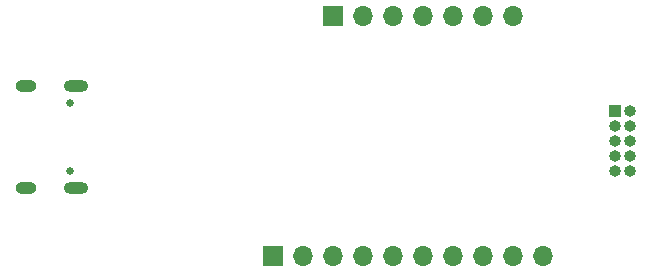
<source format=gbs>
%TF.GenerationSoftware,KiCad,Pcbnew,5.1.9+dfsg1-1*%
%TF.CreationDate,2021-12-01T17:00:21-05:00*%
%TF.ProjectId,samd10d13a,73616d64-3130-4643-9133-612e6b696361,rev?*%
%TF.SameCoordinates,Original*%
%TF.FileFunction,Soldermask,Bot*%
%TF.FilePolarity,Negative*%
%FSLAX46Y46*%
G04 Gerber Fmt 4.6, Leading zero omitted, Abs format (unit mm)*
G04 Created by KiCad (PCBNEW 5.1.9+dfsg1-1) date 2021-12-01 17:00:21*
%MOMM*%
%LPD*%
G01*
G04 APERTURE LIST*
%ADD10C,0.650000*%
%ADD11O,1.800000X1.000000*%
%ADD12O,2.100000X1.000000*%
%ADD13O,1.000000X1.000000*%
%ADD14R,1.000000X1.000000*%
%ADD15O,1.700000X1.700000*%
%ADD16R,1.700000X1.700000*%
G04 APERTURE END LIST*
D10*
X79331500Y-61373500D03*
X79331500Y-55593500D03*
D11*
X75651500Y-62803500D03*
X75651500Y-54163500D03*
D12*
X79831500Y-54163500D03*
X79831500Y-62803500D03*
D13*
X126809500Y-61341000D03*
X125539500Y-61341000D03*
X126809500Y-60071000D03*
X125539500Y-60071000D03*
X126809500Y-58801000D03*
X125539500Y-58801000D03*
X126809500Y-57531000D03*
X125539500Y-57531000D03*
X126809500Y-56261000D03*
D14*
X125539500Y-56261000D03*
D15*
X116840000Y-48260000D03*
X114300000Y-48260000D03*
X111760000Y-48260000D03*
X109220000Y-48260000D03*
X106680000Y-48260000D03*
X104140000Y-48260000D03*
D16*
X101600000Y-48260000D03*
D15*
X119380000Y-68580000D03*
X116840000Y-68580000D03*
X114300000Y-68580000D03*
X111760000Y-68580000D03*
X109220000Y-68580000D03*
X106680000Y-68580000D03*
X104140000Y-68580000D03*
X101600000Y-68580000D03*
X99060000Y-68580000D03*
D16*
X96520000Y-68580000D03*
M02*

</source>
